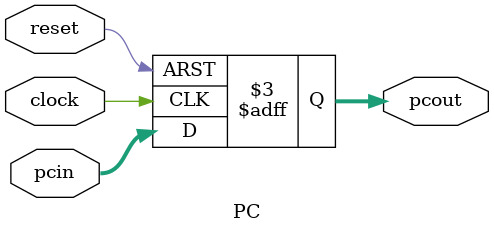
<source format=v>

module PC (clock, reset, pcin, pcout);
	input clock, reset;
	input [31:0] pcin;
	output [31:0] pcout;
	reg [31:0] pcout;
	always @ (posedge clock or posedge reset)
	begin
		if(reset==1'b1)
			pcout<=0;
		else
			pcout<=pcin;
	end
endmodule
</source>
